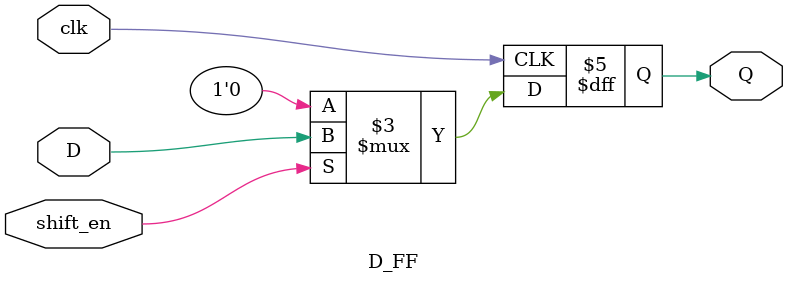
<source format=v>
`timescale 1ns / 1ps


module D_FF(D,Q,shift_en,clk);
input D,clk,shift_en;output reg Q;
always @(posedge clk)begin 
if(shift_en)Q<=D;
else Q<=1'b0;
end
endmodule

</source>
